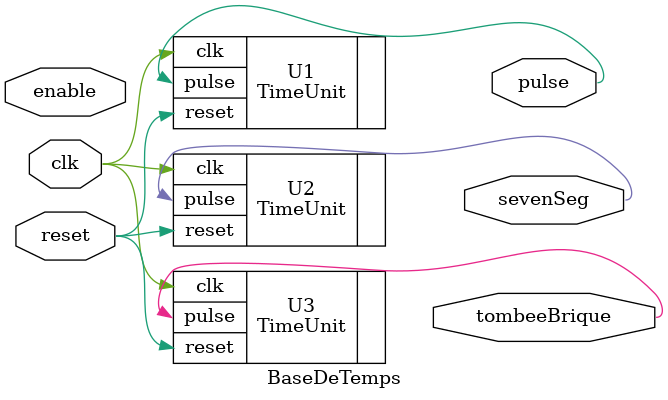
<source format=v>
`timescale 1ns / 1ps
module BaseDeTemps(
    input reset,
    input enable,
    input clk,
    output pulse,
    output sevenSeg,
    output tombeeBrique
    );
	 
	 TimeUnit #(.FREQ_WANTED(25000000)) U1(.clk(clk),.reset(reset),.pulse(pulse));
	 TimeUnit #(.FREQ_WANTED(20000))       U2(.clk(clk),.reset(reset),.pulse(sevenSeg));
	 TimeUnit #(.FREQ_WANTED(4))               U3(.clk(clk),.reset(reset),.pulse(tombeeBrique));


endmodule

</source>
